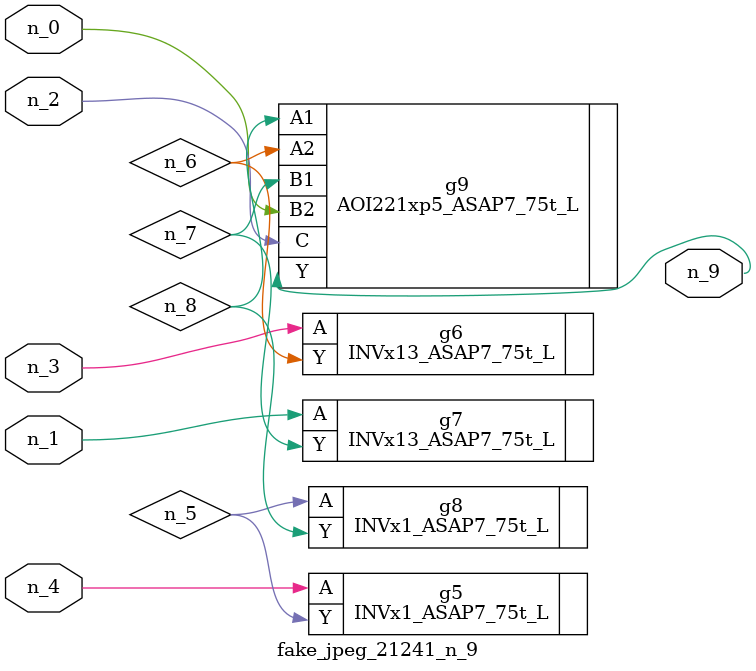
<source format=v>
module fake_jpeg_21241_n_9 (n_3, n_2, n_1, n_0, n_4, n_9);

input n_3;
input n_2;
input n_1;
input n_0;
input n_4;

output n_9;

wire n_8;
wire n_6;
wire n_5;
wire n_7;

INVx1_ASAP7_75t_L g5 ( 
.A(n_4),
.Y(n_5)
);

INVx13_ASAP7_75t_L g6 ( 
.A(n_3),
.Y(n_6)
);

INVx13_ASAP7_75t_L g7 ( 
.A(n_1),
.Y(n_7)
);

INVx1_ASAP7_75t_L g8 ( 
.A(n_5),
.Y(n_8)
);

AOI221xp5_ASAP7_75t_L g9 ( 
.A1(n_8),
.A2(n_6),
.B1(n_7),
.B2(n_0),
.C(n_2),
.Y(n_9)
);


endmodule
</source>
